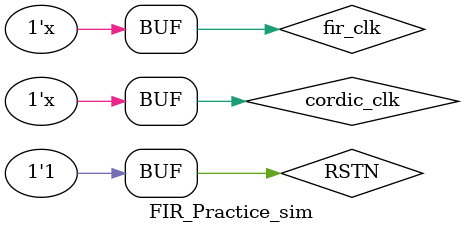
<source format=v>
`timescale 1ns / 10ps


module FIR_Practice_sim();

   localparam CORDIC_CLK_PERIOD = 2;
   localparam FIR_CLK_PERIOD = 10;	// Sampling Clock
   localparam signed [15:0] PI_POS = 16'H6488;
   localparam signed [15:0] PI_NEG = 16'H9878;
   localparam PHASE_INC_2MHZ = 200;
   localparam PHASE_INC_30MHZ = 3000;

   reg cordic_clk = 1'b0;
   reg fir_clk = 1'b0;
   reg phase_tvalid = 1'b0;
   reg signed [15:0] phase_2MHz = 0;
   reg signed [15:0] phase_30MHz = 0;

   wire sincos_2MHz_tvalid;
   wire signed [15:0] sin_2MHz, cos_2MHz;
   wire sincos_30MHz_tvalid;
   wire signed [15:0] sin_30MHz, cos_30MHz;

   // ports
   reg RSTN = 0;
   reg signed [15:0] NOISE_SIGNAL = 0;
   wire signed [15:0] FILTERED_SIGNAL;

   cordic_0 cordic_inst_0 (
	   .aclk		( cordic_clk )
	  ,.s_axis_phase_tvalid	( phase_tvalid )
	  ,.s_axis_phase_tdata	( phase_2MHz )
	  ,.m_axis_dout_tvalid	( sincos_2MHz_tvalid )
	  ,.m_axis_dout_tdata	( {sin_2MHz, cos_2MHz} )
	  );

   cordic_0 cordic_inst_1 (
	   .aclk		( cordic_clk )
	  ,.s_axis_phase_tvalid ( phase_tvalid )
	  ,.s_axis_phase_tdata	( phase_30MHz )
	  ,.m_axis_dout_tvalid	( sincos_30MHz_tvalid )
	  ,.m_axis_dout_tdata	( {sin_30MHz, cos_30MHz} )
	  );

   always @(posedge cordic_clk or negedge RSTN)
   begin
	if (!RSTN) begin
		phase_tvalid <= 0;
	end
	else begin
		phase_tvalid <= 1;
	end
   end

   always @(posedge cordic_clk or negedge RSTN)
   begin
	if (!RSTN) begin
		phase_2MHz <= 0;
	end
	else if ((phase_2MHz + PHASE_INC_2MHZ) < PI_POS) begin
		phase_2MHz <= phase_2MHz + PHASE_INC_2MHZ;
	end
	else begin
		phase_2MHz <= PI_NEG + (phase_2MHz + PHASE_INC_2MHZ - PI_POS);
	end
   end

   always @(posedge cordic_clk or negedge RSTN)
   begin
	if (!RSTN) begin
		phase_30MHz <= 0;
	end
	else if ((phase_30MHz + PHASE_INC_30MHZ) <= PI_POS) begin
		phase_30MHz <= phase_30MHz + PHASE_INC_30MHZ;
	end
	else begin
		phase_30MHz <= PI_NEG + (phase_30MHz + PHASE_INC_30MHZ - PI_POS);
	end
   end

   initial begin
	#10;
	RSTN = 1;
   end

   always begin
	cordic_clk = #(CORDIC_CLK_PERIOD / 2) ~cordic_clk;
   end

   always begin
	fir_clk = #(FIR_CLK_PERIOD / 2) ~fir_clk;
   end

   always @(posedge fir_clk or negedge RSTN)
   begin
	if (!RSTN) begin
		NOISE_SIGNAL[0] <= 0;
	end
	else begin
		NOISE_SIGNAL <= (sin_2MHz + sin_30MHz) / 2;
	end
   end

   FIR_Practice fir_inst (
	   .CLK			( fir_clk )
	  ,.RSTN		( RSTN )
	  ,.NOISE_SIGNAL	( NOISE_SIGNAL )
	  ,.FILTERED_SIGNAL	( FILTERED_SIGNAL )
	  );

endmodule

</source>
